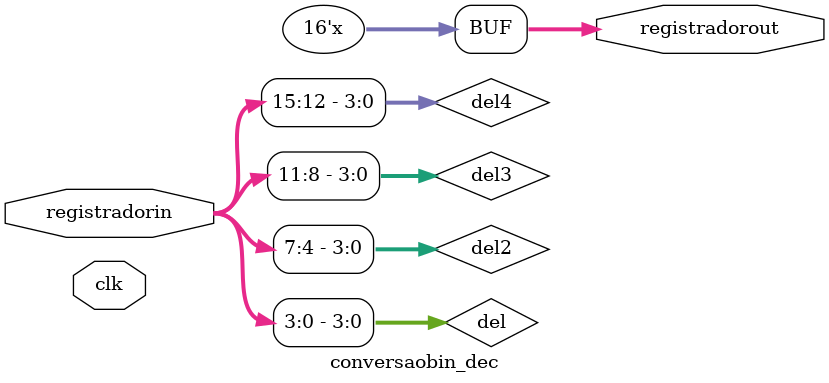
<source format=v>
module conversaobin_dec(clk,registradorin, registradorout);
	/* inputs */
	input [15:0] registradorin;
	input clk;
	/* inputs */
	
	/* outputs */
	output [15:0]registradorout;
	/* outputs */
	
	/* registradores */
	reg [15:0]registradorout;
	reg[3:0] del;
	reg[3:0] del2;
	reg[3:0] del3;
	reg[3:0] del4;
	/* registradores */
	
	always @(*) begin
		del <= registradorin[3:0];
		del2 <= registradorin[7:4];
		del3 <= registradorin[11:8];
		del4 <= registradorin[15:12];
		registradorout <= del + (del2*10) + (del3*100) + (del4*1000);
	end
	
endmodule

</source>
